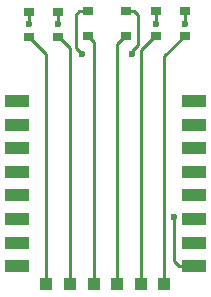
<source format=gbl>
%TF.GenerationSoftware,KiCad,Pcbnew,4.0.6*%
%TF.CreationDate,2017-07-18T22:34:41+03:00*%
%TF.ProjectId,esp12_1button_6leds,65737031325F31627574746F6E5F366C,rev?*%
%TF.FileFunction,Copper,L2,Bot,Signal*%
%FSLAX46Y46*%
G04 Gerber Fmt 4.6, Leading zero omitted, Abs format (unit mm)*
G04 Created by KiCad (PCBNEW 4.0.6) date 07/18/17 22:34:41*
%MOMM*%
%LPD*%
G01*
G04 APERTURE LIST*
%ADD10C,0.100000*%
%ADD11R,1.000000X1.000000*%
%ADD12R,0.900000X0.800000*%
%ADD13C,0.600000*%
%ADD14C,0.250000*%
G04 APERTURE END LIST*
D10*
D11*
X-16798900Y-8603600D03*
X-16798900Y-10603600D03*
X-15798900Y-10603600D03*
X-16798900Y-12603600D03*
X-16798900Y-14603600D03*
X-16798900Y-16603600D03*
X-16798900Y-18603600D03*
X-16798900Y-20603600D03*
X-16798900Y-22603600D03*
X-15798900Y-12603600D03*
X-15798900Y-14603600D03*
X-15798900Y-16603600D03*
X-15798900Y-18603600D03*
X-15798900Y-20603600D03*
X-15798900Y-22603600D03*
X-15798900Y-8603600D03*
X-13798900Y-24103600D03*
X-11798900Y-24103600D03*
X-9798900Y-24103600D03*
X-7798900Y-24103600D03*
X-5798900Y-24103600D03*
X-3798900Y-24103600D03*
X-798900Y-22603600D03*
X-798900Y-20603600D03*
X-798900Y-18603600D03*
X-798900Y-16603600D03*
X-798900Y-14603600D03*
X-798900Y-12603600D03*
X-798900Y-10603600D03*
X-798900Y-8603600D03*
X-1798900Y-22603600D03*
X-1798900Y-20603600D03*
X-1798900Y-18603600D03*
X-1798900Y-16603600D03*
X-1798900Y-14603600D03*
X-1798900Y-12603600D03*
X-1798900Y-10603600D03*
X-1798900Y-8603600D03*
D12*
X-15300000Y-1050000D03*
X-15300000Y-3150000D03*
X-12800000Y-1050000D03*
X-12800000Y-3150000D03*
X-10300000Y-1000000D03*
X-10300000Y-3100000D03*
X-7050000Y-1000000D03*
X-7050000Y-3100000D03*
X-4550000Y-1000000D03*
X-4550000Y-3100000D03*
X-2050000Y-1000000D03*
X-2050000Y-3100000D03*
D13*
X-15300000Y-2100000D03*
X-12800000Y-2100000D03*
X-10800000Y-4600000D03*
X-6550000Y-4600000D03*
X-4550000Y-2100000D03*
X-2050000Y-2100000D03*
X-3000000Y-18400000D03*
D14*
X-15300000Y-1050000D02*
X-15300000Y-2100000D01*
X-13798900Y-24103600D02*
X-13798900Y-4601100D01*
X-13798900Y-4601100D02*
X-15250000Y-3150000D01*
X-15250000Y-3150000D02*
X-15300000Y-3150000D01*
X-12800000Y-1050000D02*
X-12800000Y-2100000D01*
X-11798900Y-24103600D02*
X-11798900Y-4101100D01*
X-11798900Y-4101100D02*
X-12750000Y-3150000D01*
X-12750000Y-3150000D02*
X-12800000Y-3150000D01*
X-11300000Y-1300000D02*
X-11300000Y-4100000D01*
X-11300000Y-4100000D02*
X-10800000Y-4600000D01*
X-10300000Y-1000000D02*
X-11000000Y-1000000D01*
X-11000000Y-1000000D02*
X-11300000Y-1300000D01*
X-9798900Y-24103600D02*
X-9798900Y-3601100D01*
X-9798900Y-3601100D02*
X-10300000Y-3100000D01*
X-6050000Y-3850000D02*
X-6550000Y-4350000D01*
X-6550000Y-4350000D02*
X-6550000Y-4600000D01*
X-6050000Y-3600000D02*
X-6050000Y-3850000D01*
X-6050000Y-1300000D02*
X-6050000Y-3600000D01*
X-7050000Y-1000000D02*
X-6350000Y-1000000D01*
X-6350000Y-1000000D02*
X-6050000Y-1300000D01*
X-7798900Y-24103600D02*
X-7798900Y-3798900D01*
X-7798900Y-3798900D02*
X-7100000Y-3100000D01*
X-7100000Y-3100000D02*
X-7050000Y-3100000D01*
X-4550000Y-1000000D02*
X-4550000Y-2100000D01*
X-5798900Y-24103600D02*
X-5798900Y-4298900D01*
X-5798900Y-4298900D02*
X-4600000Y-3100000D01*
X-4600000Y-3100000D02*
X-4550000Y-3100000D01*
X-2050000Y-1000000D02*
X-2050000Y-2100000D01*
X-3798900Y-24103600D02*
X-3798900Y-4798900D01*
X-3798900Y-4798900D02*
X-2100000Y-3100000D01*
X-2100000Y-3100000D02*
X-2050000Y-3100000D01*
X-3000000Y-18400000D02*
X-3000000Y-22152500D01*
X-3000000Y-22152500D02*
X-2548900Y-22603600D01*
X-2548900Y-22603600D02*
X-1798900Y-22603600D01*
M02*

</source>
